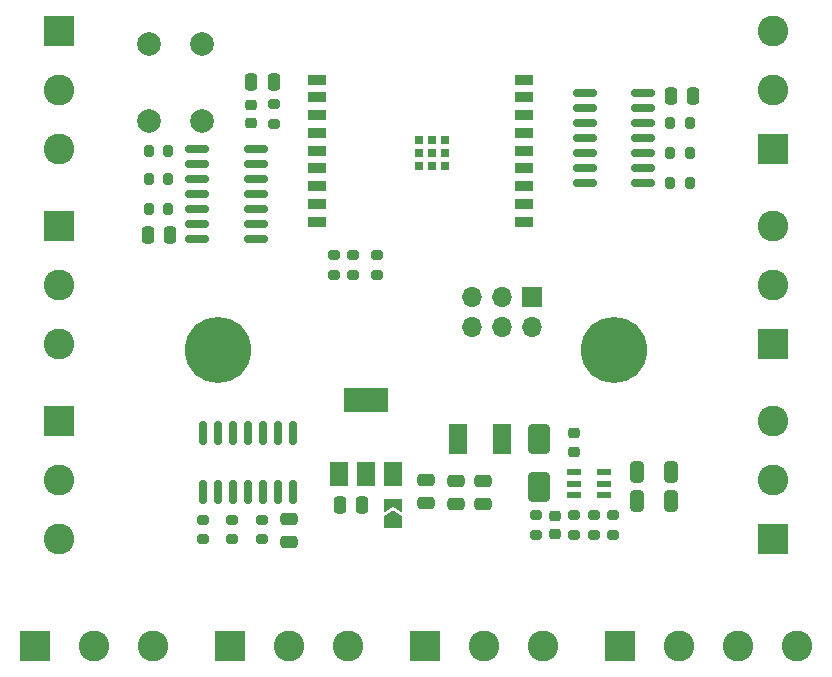
<source format=gbr>
%TF.GenerationSoftware,KiCad,Pcbnew,7.0.2*%
%TF.CreationDate,2024-01-21T19:49:34+02:00*%
%TF.ProjectId,illuminati_ws,696c6c75-6d69-46e6-9174-695f77732e6b,rev?*%
%TF.SameCoordinates,Original*%
%TF.FileFunction,Soldermask,Top*%
%TF.FilePolarity,Negative*%
%FSLAX46Y46*%
G04 Gerber Fmt 4.6, Leading zero omitted, Abs format (unit mm)*
G04 Created by KiCad (PCBNEW 7.0.2) date 2024-01-21 19:49:34*
%MOMM*%
%LPD*%
G01*
G04 APERTURE LIST*
G04 Aperture macros list*
%AMRoundRect*
0 Rectangle with rounded corners*
0 $1 Rounding radius*
0 $2 $3 $4 $5 $6 $7 $8 $9 X,Y pos of 4 corners*
0 Add a 4 corners polygon primitive as box body*
4,1,4,$2,$3,$4,$5,$6,$7,$8,$9,$2,$3,0*
0 Add four circle primitives for the rounded corners*
1,1,$1+$1,$2,$3*
1,1,$1+$1,$4,$5*
1,1,$1+$1,$6,$7*
1,1,$1+$1,$8,$9*
0 Add four rect primitives between the rounded corners*
20,1,$1+$1,$2,$3,$4,$5,0*
20,1,$1+$1,$4,$5,$6,$7,0*
20,1,$1+$1,$6,$7,$8,$9,0*
20,1,$1+$1,$8,$9,$2,$3,0*%
%AMFreePoly0*
4,1,6,1.000000,0.000000,0.500000,-0.750000,-0.500000,-0.750000,-0.500000,0.750000,0.500000,0.750000,1.000000,0.000000,1.000000,0.000000,$1*%
%AMFreePoly1*
4,1,6,0.500000,-0.750000,-0.650000,-0.750000,-0.150000,0.000000,-0.650000,0.750000,0.500000,0.750000,0.500000,-0.750000,0.500000,-0.750000,$1*%
G04 Aperture macros list end*
%ADD10RoundRect,0.250000X0.250000X0.475000X-0.250000X0.475000X-0.250000X-0.475000X0.250000X-0.475000X0*%
%ADD11RoundRect,0.250000X-0.475000X0.250000X-0.475000X-0.250000X0.475000X-0.250000X0.475000X0.250000X0*%
%ADD12RoundRect,0.200000X0.275000X-0.200000X0.275000X0.200000X-0.275000X0.200000X-0.275000X-0.200000X0*%
%ADD13RoundRect,0.250000X-0.250000X-0.475000X0.250000X-0.475000X0.250000X0.475000X-0.250000X0.475000X0*%
%ADD14R,2.600000X2.600000*%
%ADD15C,2.600000*%
%ADD16FreePoly0,90.000000*%
%ADD17FreePoly1,90.000000*%
%ADD18RoundRect,0.200000X-0.275000X0.200000X-0.275000X-0.200000X0.275000X-0.200000X0.275000X0.200000X0*%
%ADD19RoundRect,0.200000X-0.200000X-0.275000X0.200000X-0.275000X0.200000X0.275000X-0.200000X0.275000X0*%
%ADD20RoundRect,0.150000X-0.825000X-0.150000X0.825000X-0.150000X0.825000X0.150000X-0.825000X0.150000X0*%
%ADD21RoundRect,0.150000X-0.150000X0.825000X-0.150000X-0.825000X0.150000X-0.825000X0.150000X0.825000X0*%
%ADD22C,5.600000*%
%ADD23R,1.700000X1.700000*%
%ADD24O,1.700000X1.700000*%
%ADD25RoundRect,0.225000X0.250000X-0.225000X0.250000X0.225000X-0.250000X0.225000X-0.250000X-0.225000X0*%
%ADD26RoundRect,0.250000X-0.325000X-0.650000X0.325000X-0.650000X0.325000X0.650000X-0.325000X0.650000X0*%
%ADD27C,2.000000*%
%ADD28RoundRect,0.200000X0.200000X0.275000X-0.200000X0.275000X-0.200000X-0.275000X0.200000X-0.275000X0*%
%ADD29RoundRect,0.250000X-0.650000X1.000000X-0.650000X-1.000000X0.650000X-1.000000X0.650000X1.000000X0*%
%ADD30R,1.500000X0.900000*%
%ADD31R,0.700000X0.700000*%
%ADD32R,1.500000X2.000000*%
%ADD33R,3.800000X2.000000*%
%ADD34R,1.150000X0.600000*%
%ADD35R,1.500000X2.500000*%
%ADD36RoundRect,0.150000X0.825000X0.150000X-0.825000X0.150000X-0.825000X-0.150000X0.825000X-0.150000X0*%
G04 APERTURE END LIST*
D10*
%TO.C,C11*%
X145200000Y-128100000D03*
X143300000Y-128100000D03*
%TD*%
D11*
%TO.C,C10*%
X150600000Y-127900000D03*
X150600000Y-126000000D03*
%TD*%
%TO.C,C8*%
X139000000Y-129300000D03*
X139000000Y-131200000D03*
%TD*%
%TO.C,C6*%
X153150000Y-126100000D03*
X153150000Y-128000000D03*
%TD*%
D12*
%TO.C,R17*%
X142800000Y-108625000D03*
X142800000Y-106975000D03*
%TD*%
D13*
%TO.C,C1*%
X171300000Y-93500000D03*
X173200000Y-93500000D03*
%TD*%
D14*
%TO.C,J5*%
X180000000Y-131000000D03*
D15*
X180000000Y-126000000D03*
X180000000Y-121000000D03*
%TD*%
D16*
%TO.C,JP1*%
X147800000Y-129525000D03*
D17*
X147800000Y-128075000D03*
%TD*%
D14*
%TO.C,J9*%
X119500000Y-121000000D03*
D15*
X119500000Y-126000000D03*
X119500000Y-131000000D03*
%TD*%
D14*
%TO.C,J10*%
X119500000Y-104500000D03*
D15*
X119500000Y-109500000D03*
X119500000Y-114500000D03*
%TD*%
D18*
%TO.C,R5*%
X163150000Y-128975000D03*
X163150000Y-130625000D03*
%TD*%
D19*
%TO.C,R7*%
X171275000Y-98300000D03*
X172925000Y-98300000D03*
%TD*%
D20*
%TO.C,U2*%
X164025000Y-93190000D03*
X164025000Y-94460000D03*
X164025000Y-95730000D03*
X164025000Y-97000000D03*
X164025000Y-98270000D03*
X164025000Y-99540000D03*
X164025000Y-100810000D03*
X168975000Y-100810000D03*
X168975000Y-99540000D03*
X168975000Y-98270000D03*
X168975000Y-97000000D03*
X168975000Y-95730000D03*
X168975000Y-94460000D03*
X168975000Y-93190000D03*
%TD*%
D21*
%TO.C,U3*%
X139310000Y-126975000D03*
X138040000Y-126975000D03*
X136770000Y-126975000D03*
X135500000Y-126975000D03*
X134230000Y-126975000D03*
X132960000Y-126975000D03*
X131690000Y-126975000D03*
X131690000Y-122025000D03*
X132960000Y-122025000D03*
X134230000Y-122025000D03*
X135500000Y-122025000D03*
X136770000Y-122025000D03*
X138040000Y-122025000D03*
X139310000Y-122025000D03*
%TD*%
D12*
%TO.C,R3*%
X164780000Y-130625000D03*
X164780000Y-128975000D03*
%TD*%
D14*
%TO.C,J2*%
X150500000Y-140000000D03*
D15*
X155500000Y-140000000D03*
X160500000Y-140000000D03*
%TD*%
D22*
%TO.C,H2*%
X133000000Y-115000000D03*
%TD*%
D14*
%TO.C,J4*%
X180000000Y-114500000D03*
D15*
X180000000Y-109500000D03*
X180000000Y-104500000D03*
%TD*%
D18*
%TO.C,R18*%
X137750000Y-94175000D03*
X137750000Y-95825000D03*
%TD*%
D23*
%TO.C,J1*%
X159550000Y-110500000D03*
D24*
X159550000Y-113040000D03*
X157010000Y-110500000D03*
X157010000Y-113040000D03*
X154470000Y-110500000D03*
X154470000Y-113040000D03*
%TD*%
D18*
%TO.C,R10*%
X134200000Y-129350000D03*
X134200000Y-131000000D03*
%TD*%
D25*
%TO.C,C4*%
X163150000Y-123575000D03*
X163150000Y-122025000D03*
%TD*%
D26*
%TO.C,C2*%
X168425000Y-125300000D03*
X171375000Y-125300000D03*
%TD*%
D14*
%TO.C,J11*%
X119500000Y-88000000D03*
D15*
X119500000Y-93000000D03*
X119500000Y-98000000D03*
%TD*%
D27*
%TO.C,SW1*%
X127100000Y-95600000D03*
X127100000Y-89100000D03*
X131600000Y-95600000D03*
X131600000Y-89100000D03*
%TD*%
D10*
%TO.C,C13*%
X128950000Y-105250000D03*
X127050000Y-105250000D03*
%TD*%
D12*
%TO.C,R13*%
X144400000Y-108625000D03*
X144400000Y-106975000D03*
%TD*%
D26*
%TO.C,C3*%
X168425000Y-127730000D03*
X171375000Y-127730000D03*
%TD*%
D11*
%TO.C,C5*%
X155400000Y-126100000D03*
X155400000Y-128000000D03*
%TD*%
D12*
%TO.C,R14*%
X146400000Y-108625000D03*
X146400000Y-106975000D03*
%TD*%
D18*
%TO.C,R2*%
X166400000Y-128975000D03*
X166400000Y-130625000D03*
%TD*%
D12*
%TO.C,R4*%
X159900000Y-130625000D03*
X159900000Y-128975000D03*
%TD*%
D19*
%TO.C,R8*%
X171275000Y-100800000D03*
X172925000Y-100800000D03*
%TD*%
D18*
%TO.C,R9*%
X136700000Y-129350000D03*
X136700000Y-131000000D03*
%TD*%
D14*
%TO.C,J8*%
X117500000Y-140000000D03*
D15*
X122500000Y-140000000D03*
X127500000Y-140000000D03*
%TD*%
D25*
%TO.C,C9*%
X135775000Y-95775000D03*
X135775000Y-94225000D03*
%TD*%
D28*
%TO.C,R16*%
X128780000Y-98100000D03*
X127130000Y-98100000D03*
%TD*%
D29*
%TO.C,D1*%
X160150000Y-122550000D03*
X160150000Y-126550000D03*
%TD*%
D22*
%TO.C,H1*%
X166500000Y-115000000D03*
%TD*%
D28*
%TO.C,R15*%
X128780000Y-100505000D03*
X127130000Y-100505000D03*
%TD*%
D14*
%TO.C,J7*%
X134000000Y-140000000D03*
D15*
X139000000Y-140000000D03*
X144000000Y-140000000D03*
%TD*%
D18*
%TO.C,R11*%
X131700000Y-129350000D03*
X131700000Y-131000000D03*
%TD*%
D30*
%TO.C,IC1*%
X141350000Y-92100000D03*
X141350000Y-93600000D03*
X141350000Y-95100000D03*
X141350000Y-96600000D03*
X141350000Y-98100000D03*
X141350000Y-99600000D03*
X141350000Y-101100000D03*
X141350000Y-102600000D03*
X141350000Y-104100000D03*
X158850000Y-104100000D03*
X158850000Y-102600000D03*
X158850000Y-101100000D03*
X158850000Y-99600000D03*
X158850000Y-98100000D03*
X158850000Y-96600000D03*
X158850000Y-95100000D03*
X158850000Y-93600000D03*
X158850000Y-92100000D03*
D31*
X151060000Y-98300000D03*
X152160000Y-98300000D03*
X152160000Y-97200000D03*
X151060000Y-97200000D03*
X149960000Y-97200000D03*
X149960000Y-98300000D03*
X149960000Y-99400000D03*
X151060000Y-99400000D03*
X152160000Y-99400000D03*
%TD*%
D14*
%TO.C,J3*%
X180000000Y-98000000D03*
D15*
X180000000Y-93000000D03*
X180000000Y-88000000D03*
%TD*%
D32*
%TO.C,U6*%
X143200000Y-125500000D03*
X145500000Y-125500000D03*
D33*
X145500000Y-119200000D03*
D32*
X147800000Y-125500000D03*
%TD*%
D28*
%TO.C,R12*%
X128780000Y-103005000D03*
X127130000Y-103005000D03*
%TD*%
D14*
%TO.C,J14*%
X167000000Y-140000000D03*
D15*
X172000000Y-140000000D03*
X177000000Y-140000000D03*
X182000000Y-140000000D03*
%TD*%
D10*
%TO.C,C12*%
X137700000Y-92250000D03*
X135800000Y-92250000D03*
%TD*%
D34*
%TO.C,PS1*%
X163100000Y-125350000D03*
X163100000Y-126300000D03*
X163100000Y-127250000D03*
X165700000Y-127250000D03*
X165700000Y-126300000D03*
X165700000Y-125350000D03*
%TD*%
D35*
%TO.C,L1*%
X157000000Y-122550000D03*
X153300000Y-122550000D03*
%TD*%
D25*
%TO.C,C7*%
X161530000Y-130575000D03*
X161530000Y-129025000D03*
%TD*%
D36*
%TO.C,U4*%
X131225000Y-105610000D03*
X131225000Y-104340000D03*
X131225000Y-103070000D03*
X131225000Y-101800000D03*
X131225000Y-100530000D03*
X131225000Y-99260000D03*
X131225000Y-97990000D03*
X136175000Y-97990000D03*
X136175000Y-99260000D03*
X136175000Y-100530000D03*
X136175000Y-101800000D03*
X136175000Y-103070000D03*
X136175000Y-104340000D03*
X136175000Y-105610000D03*
%TD*%
D19*
%TO.C,R6*%
X171275000Y-95800000D03*
X172925000Y-95800000D03*
%TD*%
M02*

</source>
